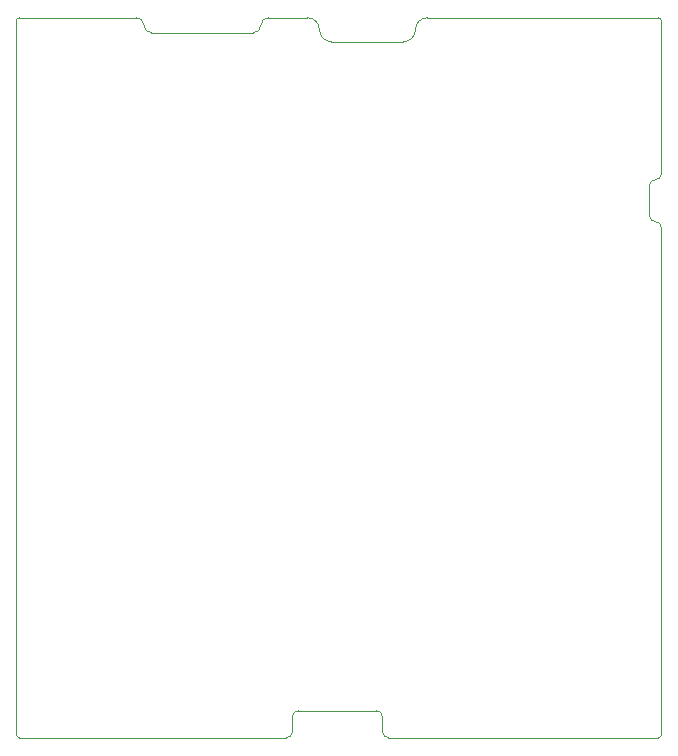
<source format=gbr>
G04 #@! TF.GenerationSoftware,KiCad,Pcbnew,(5.1.6)-1*
G04 #@! TF.CreationDate,2021-05-29T12:10:38-05:00*
G04 #@! TF.ProjectId,SapphineMinimal,53617070-6869-46e6-954d-696e696d616c,rev?*
G04 #@! TF.SameCoordinates,Original*
G04 #@! TF.FileFunction,Profile,NP*
%FSLAX46Y46*%
G04 Gerber Fmt 4.6, Leading zero omitted, Abs format (unit mm)*
G04 Created by KiCad (PCBNEW (5.1.6)-1) date 2021-05-29 12:10:38*
%MOMM*%
%LPD*%
G01*
G04 APERTURE LIST*
G04 #@! TA.AperFunction,Profile*
%ADD10C,0.050000*%
G04 #@! TD*
G04 APERTURE END LIST*
D10*
X77216000Y-127000000D02*
X99822000Y-127000000D01*
X107950000Y-125222000D02*
X107950000Y-126492000D01*
X108458000Y-127000000D02*
G75*
G02*
X107950000Y-126492000I0J508000D01*
G01*
X107442000Y-124714000D02*
G75*
G02*
X107950000Y-125222000I0J-508000D01*
G01*
X100838000Y-124714000D02*
X107442000Y-124714000D01*
X100330000Y-125222000D02*
G75*
G02*
X100838000Y-124714000I508000J0D01*
G01*
X100330000Y-126492000D02*
X100330000Y-125222000D01*
X100330000Y-126492000D02*
G75*
G02*
X99822000Y-127000000I-508000J0D01*
G01*
X78740000Y-66040000D02*
X87122000Y-66040000D01*
X88392000Y-67310000D02*
X97028000Y-67310000D01*
X98298000Y-66040000D02*
X101600000Y-66040000D01*
X87757000Y-66675000D02*
G75*
G03*
X87122000Y-66040000I-635000J0D01*
G01*
X98298000Y-66040000D02*
G75*
G03*
X97663000Y-66675000I0J-635000D01*
G01*
X97663000Y-66675000D02*
G75*
G02*
X97028000Y-67310000I-635000J0D01*
G01*
X88392000Y-67310000D02*
G75*
G02*
X87757000Y-66675000I0J635000D01*
G01*
X131572000Y-126746000D02*
X131572000Y-83820000D01*
X103632000Y-68072000D02*
X109728000Y-68072000D01*
X103632000Y-68072000D02*
G75*
G02*
X102616000Y-67056000I0J1016000D01*
G01*
X110744000Y-67056000D02*
G75*
G02*
X109728000Y-68072000I-1016000J0D01*
G01*
X102616000Y-67056000D02*
G75*
G03*
X101600000Y-66040000I-1016000J0D01*
G01*
X111760000Y-66040000D02*
G75*
G03*
X110744000Y-67056000I0J-1016000D01*
G01*
X131318000Y-66040000D02*
X111760000Y-66040000D01*
X131572000Y-126746000D02*
G75*
G02*
X131318000Y-127000000I-254000J0D01*
G01*
X77216000Y-127000000D02*
G75*
G02*
X76962000Y-126746000I0J254000D01*
G01*
X76962000Y-66294000D02*
G75*
G02*
X77216000Y-66040000I254000J0D01*
G01*
X131318000Y-66040000D02*
G75*
G02*
X131572000Y-66294000I0J-254000D01*
G01*
X131572000Y-83820000D02*
G75*
G03*
X131064000Y-83312000I-508000J0D01*
G01*
X131064000Y-83312000D02*
G75*
G02*
X130556000Y-82804000I0J508000D01*
G01*
X130556000Y-80264000D02*
G75*
G02*
X131064000Y-79756000I508000J0D01*
G01*
X131064000Y-79756000D02*
G75*
G03*
X131572000Y-79248000I0J508000D01*
G01*
X130556000Y-80264000D02*
X130556000Y-82804000D01*
X131572000Y-66294000D02*
X131572000Y-79248000D01*
X77216000Y-66040000D02*
X78740000Y-66040000D01*
X131318000Y-127000000D02*
X108458000Y-127000000D01*
X76962000Y-126746000D02*
X76962000Y-66294000D01*
M02*

</source>
